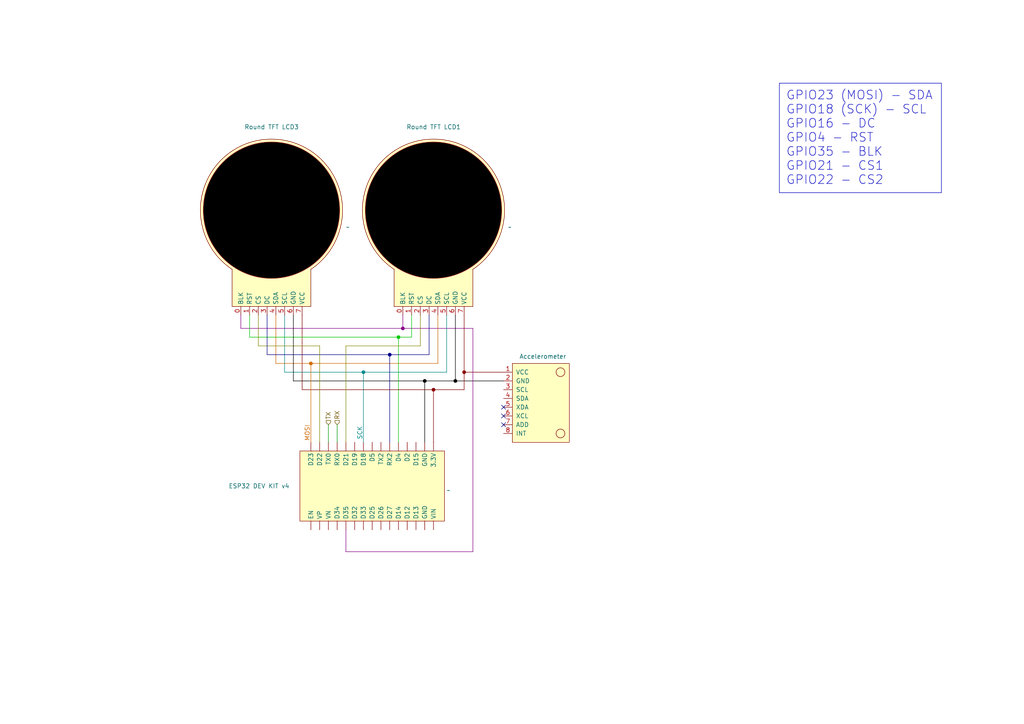
<source format=kicad_sch>
(kicad_sch (version 20231120) (generator "eeschema") (generator_version "8.0")
  (paper "A4")
  (title_block (title "Head") (date "08.05.2024") (rev "1") (comment 1 "The head of the robot") (comment 2 "An ESP32 that controlls 2 eyes (TFT LCD) and an accelerometer"))
  (lib_symbols
    (symbol "ESP32_1"
      (property "Reference" "ESP32 DEV KIT v1" (at -0.254 28.448 0))
      (symbol "ESP32_1_1_1"
        (rectangle (start -10.16 20.955) (end 10.16 -20.955) (fill (type background)))
        (pin input line (at 12.7 -17.78 180) (length 2.54) (name "3.3V") (number ""))
        (pin input line (at -12.7 -10.16 0) (length 2.54) (name "D12") (number ""))
        (pin input line (at -12.7 -12.7 0) (length 2.54) (name "D13") (number ""))
        (pin input line (at -12.7 -7.62 0) (length 2.54) (name "D14") (number ""))
        (pin input line (at 12.7 -12.7 180) (length 2.54) (name "D15") (number ""))
        (pin input line (at 12.7 2.54 180) (length 2.54) (name "D18") (number ""))
        (pin input line (at 12.7 5.08 180) (length 2.54) (name "D19") (number ""))
        (pin input line (at 12.7 -10.16 180) (length 2.54) (name "D2") (number ""))
        (pin input line (at 12.7 7.62 180) (length 2.54) (name "D21") (number ""))
        (pin input line (at 12.7 15.24 180) (length 2.54) (name "D22") (number ""))
        (pin input line (at 12.7 17.78 180) (length 2.54) (name "D23") (number ""))
        (pin input line (at -12.7 0 0) (length 2.54) (name "D25") (number ""))
        (pin input line (at -12.7 -2.54 0) (length 2.54) (name "D26") (number ""))
        (pin input line (at -12.7 -5.08 0) (length 2.54) (name "D27") (number ""))
        (pin input line (at -12.7 5.08 0) (length 2.54) (name "D32") (number ""))
        (pin input line (at -12.7 2.54 0) (length 2.54) (name "D33") (number ""))
        (pin input line (at -12.7 10.16 0) (length 2.54) (name "D34") (number ""))
        (pin input line (at -12.7 7.62 0) (length 2.54) (name "D35") (number ""))
        (pin input line (at 12.7 -7.62 180) (length 2.54) (name "D4") (number ""))
        (pin input line (at 12.7 0 180) (length 2.54) (name "D5") (number ""))
        (pin input line (at -12.7 17.78 0) (length 2.54) (name "EN") (number ""))
        (pin input line (at -12.7 -15.24 0) (length 2.54) (name "GND") (number ""))
        (pin input line (at 12.7 -15.24 180) (length 2.54) (name "GND") (number ""))
        (pin input line (at 12.7 10.16 180) (length 2.54) (name "RX0") (number ""))
        (pin input line (at 12.7 -5.08 180) (length 2.54) (name "RX2") (number ""))
        (pin input line (at 12.7 12.7 180) (length 2.54) (name "TX0") (number ""))
        (pin input line (at 12.7 -2.54 180) (length 2.54) (name "TX2") (number ""))
        (pin input line (at -12.7 -17.78 0) (length 2.54) (name "VIN") (number ""))
        (pin input line (at -12.7 12.7 0) (length 2.54) (name "VN") (number ""))
        (pin input line (at -12.7 15.24 0) (length 2.54) (name "VP") (number ""))
      )
    )
    (symbol "Round_TFT_LCD_1"
      (property "Reference" "Round TFT LCD" (at 0 23.114 0))
      (symbol "Round_TFT_LCD_1_0_1"
        (polyline (pts (xy -11.43 -17.145) (xy -11.43 -27.94) (xy 11.43 -27.94) (xy 11.43 -17.145)) (fill (type background)))
        (arc (start 11.43 -17.1531) (mid 0 20.6125) (end -11.43 -17.1531) (fill (type background)))
      )
      (symbol "Round_TFT_LCD_1_1_1"
        (polyline (pts (xy -11.43 -17.145) (xy 0 0) (xy 11.43 -17.145) (xy -11.43 -17.145)) (stroke (width -0.0001)) (fill (type background)))
        (circle (center 0 0) (radius 19.7566) (fill (type color) (color 0 0 0 1)))
        (pin input line (at -8.89 -30.48 90) (length 2.54) (name "BLK") (number "0"))
        (pin input line (at -6.35 -30.48 90) (length 2.54) (name "RST") (number "1"))
        (pin input line (at -3.81 -30.48 90) (length 2.54) (name "CS") (number "2"))
        (pin input line (at -1.27 -30.48 90) (length 2.54) (name "DC") (number "3"))
        (pin input line (at 1.27 -30.48 90) (length 2.54) (name "SDA") (number "4"))
        (pin input line (at 3.81 -30.48 90) (length 2.54) (name "SCL") (number "5"))
        (pin input line (at 6.35 -30.48 90) (length 2.54) (name "GND") (number "6"))
        (pin input line (at 8.89 -30.48 90) (length 2.54) (name "VCC") (number "7"))
      )
    )
    (symbol "usini_sensors:module_mpu6050" (pin_names (offset 1.016))
      (property "Reference" "U" (at 2.54 21.59 0))
      (property "Value" "module_mpu6050" (at 11.43 -3.81 0))
      (symbol "module_mpu6050_0_1"
        (rectangle (start 2.54 20.32) (end 19.05 -2.54) (fill (type background)))
        (circle (center 16.51 0) (radius 1.27))
        (circle (center 16.51 17.78) (radius 1.27))
      )
      (symbol "module_mpu6050_1_1"
        (pin input line (at 0 17.78 0) (length 2.54) (name "VCC") (number "1"))
        (pin input line (at 0 15.24 0) (length 2.54) (name "GND") (number "2"))
        (pin input line (at 0 12.7 0) (length 2.54) (name "SCL") (number "3"))
        (pin input line (at 0 10.16 0) (length 2.54) (name "SDA") (number "4"))
        (pin input line (at 0 7.62 0) (length 2.54) (name "XDA") (number "5"))
        (pin input line (at 0 5.08 0) (length 2.54) (name "XCL") (number "6"))
        (pin input line (at 0 2.54 0) (length 2.54) (name "ADD") (number "7"))
        (pin input line (at 0 0 0) (length 2.54) (name "INT") (number "8"))
      )
    )
  )
  (junction (at 132.08 110.49) (color 0 0 0 1))
  (junction (at 134.62 107.95) (color 132 0 0 1))
  (junction (at 123.19 110.49) (color 0 0 0 1))
  (junction (at 90.17 105.41) (color 204 102 0 1))
  (junction (at 115.57 97.79) (color 0 194 0 1))
  (junction (at 116.84 95.25) (color 132 0 132 1))
  (junction (at 105.41 107.95) (color 0 132 132 1))
  (junction (at 125.73 113.03) (color 132 0 0 1))
  (junction (at 113.03 102.87) (color 0 0 132 1))
  (no_connect (at 146.05 118.11))
  (no_connect (at 146.05 120.65))
  (no_connect (at 146.05 123.19))
  (wire (pts (xy 74.93 100.33) (xy 92.71 100.33)) (stroke (width 0) (color 132 132 0 1)))
  (wire (pts (xy 115.57 97.79) (xy 115.57 128.27)) (stroke (width 0) (color 0 194 0 1)))
  (wire (pts (xy 85.09 110.49) (xy 85.09 91.44)) (stroke (width 0) (color 0 0 0 1)))
  (wire (pts (xy 90.17 105.41) (xy 90.17 128.27)) (stroke (width 0) (color 204 102 0 1)))
  (wire (pts (xy 127 105.41) (xy 127 91.44)) (stroke (width 0) (color 204 102 0 1)))
  (wire (pts (xy 124.46 102.87) (xy 124.46 91.44)) (stroke (width 0) (color 0 0 132 1)))
  (wire (pts (xy 100.33 160.02) (xy 137.16 160.02)) (stroke (width 0) (color 132 0 132 1)))
  (wire (pts (xy 129.54 107.95) (xy 129.54 91.44)) (stroke (width 0) (color 0 132 132 1)))
  (wire (pts (xy 113.03 102.87) (xy 113.03 128.27)) (stroke (width 0) (color 0 0 132 1)))
  (wire (pts (xy 74.93 91.44) (xy 74.93 100.33)) (stroke (width 0) (color 132 132 0 1)))
  (wire (pts (xy 90.17 105.41) (xy 127 105.41)) (stroke (width 0) (color 204 102 0 1)))
  (wire (pts (xy 72.39 91.44) (xy 72.39 97.79)) (stroke (width 0) (color 0 194 0 1)))
  (wire (pts (xy 134.62 107.95) (xy 146.05 107.95)) (stroke (width 0) (color 132 0 0 1)))
  (wire (pts (xy 82.55 107.95) (xy 82.55 91.44)) (stroke (width 0) (color 0 132 132 1)))
  (wire (pts (xy 87.63 113.03) (xy 87.63 91.44)) (stroke (width 0) (color 132 0 0 1)))
  (wire (pts (xy 72.39 97.79) (xy 115.57 97.79)) (stroke (width 0) (color 0 194 0 1)))
  (wire (pts (xy 121.92 100.33) (xy 100.33 100.33)) (stroke (width 0) (color 132 132 0 1)))
  (wire (pts (xy 137.16 95.25) (xy 116.84 95.25)) (stroke (width 0) (color 132 0 132 1)))
  (wire (pts (xy 87.63 113.03) (xy 125.73 113.03)) (stroke (width 0) (color 132 0 0 1)))
  (wire (pts (xy 116.84 95.25) (xy 116.84 91.44)) (stroke (width 0) (color 132 0 132 1)))
  (wire (pts (xy 121.92 91.44) (xy 121.92 100.33)) (stroke (width 0) (color 132 132 0 1)))
  (wire (pts (xy 123.19 110.49) (xy 123.19 128.27)) (stroke (width 0) (color 0 0 0 1)))
  (wire (pts (xy 97.79 123.19) (xy 97.79 128.27)))
  (wire (pts (xy 105.41 107.95) (xy 129.54 107.95)) (stroke (width 0) (color 0 132 132 1)))
  (wire (pts (xy 100.33 153.67) (xy 100.33 160.02)) (stroke (width 0) (color 132 0 132 1)))
  (wire (pts (xy 92.71 100.33) (xy 92.71 128.27)) (stroke (width 0) (color 132 132 0 1)))
  (wire (pts (xy 113.03 102.87) (xy 77.47 102.87)) (stroke (width 0) (color 0 0 132 1)))
  (wire (pts (xy 105.41 107.95) (xy 105.41 128.27)) (stroke (width 0) (color 0 132 132 1)))
  (wire (pts (xy 100.33 100.33) (xy 100.33 128.27)) (stroke (width 0) (color 132 132 0 1)))
  (wire (pts (xy 69.85 95.25) (xy 116.84 95.25)) (stroke (width 0) (color 132 0 132 1)))
  (wire (pts (xy 123.19 110.49) (xy 132.08 110.49)) (stroke (width 0) (color 0 0 0 1)))
  (wire (pts (xy 132.08 110.49) (xy 132.08 91.44)) (stroke (width 0) (color 0 0 0 1)))
  (wire (pts (xy 119.38 97.79) (xy 119.38 91.44)) (stroke (width 0) (color 0 194 0 1)))
  (wire (pts (xy 134.62 107.95) (xy 134.62 91.44)) (stroke (width 0) (color 132 0 0 1)))
  (wire (pts (xy 95.25 123.19) (xy 95.25 128.27)))
  (wire (pts (xy 132.08 110.49) (xy 146.05 110.49)) (stroke (width 0) (color 0 0 0 1)))
  (wire (pts (xy 125.73 113.03) (xy 134.62 113.03)) (stroke (width 0) (color 132 0 0 1)))
  (wire (pts (xy 85.09 110.49) (xy 123.19 110.49)) (stroke (width 0) (color 0 0 0 1)))
  (wire (pts (xy 105.41 107.95) (xy 82.55 107.95)) (stroke (width 0) (color 0 132 132 1)))
  (wire (pts (xy 77.47 102.87) (xy 77.47 91.44)) (stroke (width 0) (color 0 0 132 1)))
  (wire (pts (xy 115.57 97.79) (xy 119.38 97.79)) (stroke (width 0) (color 0 194 0 1)))
  (wire (pts (xy 113.03 102.87) (xy 124.46 102.87)) (stroke (width 0) (color 0 0 132 1)))
  (wire (pts (xy 80.01 105.41) (xy 90.17 105.41)) (stroke (width 0) (color 204 102 0 1)))
  (wire (pts (xy 80.01 91.44) (xy 80.01 105.41)) (stroke (width 0) (color 204 102 0 1)))
  (wire (pts (xy 125.73 128.27) (xy 125.73 113.03)) (stroke (width 0) (color 132 0 0 1)))
  (wire (pts (xy 134.62 113.03) (xy 134.62 107.95)) (stroke (width 0) (color 132 0 0 1)))
  (wire (pts (xy 69.85 91.44) (xy 69.85 95.25)) (stroke (width 0) (color 132 0 132 1)))
  (wire (pts (xy 137.16 160.02) (xy 137.16 95.25)) (stroke (width 0) (color 132 0 132 1)))
  (text_box "GPIO23 (MOSI) - SDA\nGPIO18 (SCK) - SCL\nGPIO16 - DC\nGPIO4 - RST\nGPIO35 - BLK\nGPIO21 - CS1\nGPIO22 - CS2" (at 226.06 24.13 0) (size 46.99 31.75) (effects (font (size 2.54 2.54)) (justify left top)))
  (text "MOSI" (at 89.154 125.73 90) (effects (font (size 1.27 1.27))))
  (text "SCK" (at 104.394 125.73 90) (effects (font (size 1.27 1.27))))
  (hierarchical_label "TX" (shape input) (at 95.25 123.19 90))
  (hierarchical_label "RX" (shape input) (at 97.79 123.19 90))
  (symbol (lib_name "Round_TFT_LCD_1") (lib_id "MARCEL-custom:Round_TFT_LCD") (at 78.74 60.96 0) (unit 1)
    (property "Reference" "Round TFT LCD3" (at 70.866 36.83 0) (effects (justify left)))
    (property "Value" "~" (at 100.33 65.8937 0) (effects (justify left)))
  )
  (symbol (lib_name "ESP32_1") (lib_id "MARCEL-custom:ESP32") (at 107.95 140.97 90) (unit 1)
    (property "Reference" "ESP32 DEV KIT v4" (at 66.294 140.97 90) (effects (justify right)))
    (property "Value" "~" (at 129.54 142.24 90) (effects (justify right)))
  )
  (symbol (lib_id "usini_sensors:module_mpu6050") (at 146.05 125.73 0) (unit 1)
    (property "Reference" "U3" (effects (hide yes)))
    (property "Value" "Accelerometer" (at 150.622 103.378 0) (effects (justify left)))
    (property "Footprint" "usini_sensors:module_mpu6050" (effects (hide yes)))
  )
  (symbol (lib_name "Round_TFT_LCD_1") (lib_id "MARCEL-custom:Round_TFT_LCD") (at 125.73 60.96 0) (unit 1)
    (property "Reference" "Round TFT LCD1" (at 117.856 36.83 0) (effects (justify left)))
    (property "Value" "~" (at 147.32 65.8937 0) (effects (justify left)))
  )
)
</source>
